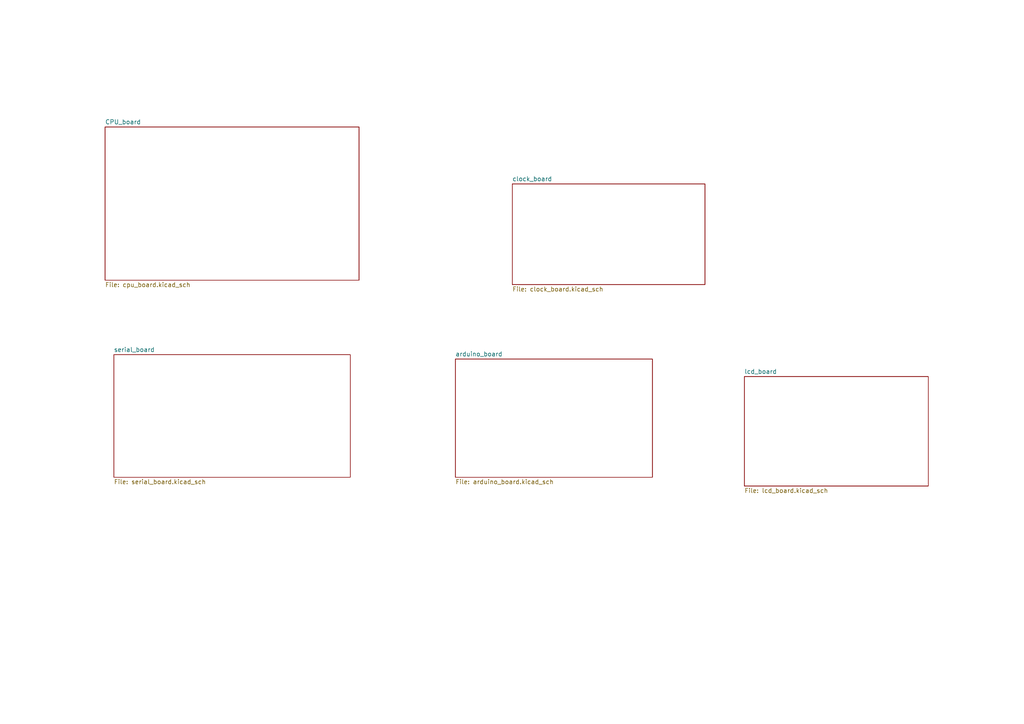
<source format=kicad_sch>
(kicad_sch
	(version 20231120)
	(generator "eeschema")
	(generator_version "8.0")
	(uuid "27fa70ec-70f1-4ec5-9aef-43afe5f03596")
	(paper "A4")
	(lib_symbols)
	(sheet
		(at 148.59 53.34)
		(size 55.88 29.21)
		(fields_autoplaced yes)
		(stroke
			(width 0.1524)
			(type solid)
		)
		(fill
			(color 0 0 0 0.0000)
		)
		(uuid "1c85a34e-e029-471f-835a-c5cb1e337bcc")
		(property "Sheetname" "clock_board"
			(at 148.59 52.6284 0)
			(effects
				(font
					(size 1.27 1.27)
				)
				(justify left bottom)
			)
		)
		(property "Sheetfile" "clock_board.kicad_sch"
			(at 148.59 83.1346 0)
			(effects
				(font
					(size 1.27 1.27)
				)
				(justify left top)
			)
		)
		(instances
			(project "6502"
				(path "/27fa70ec-70f1-4ec5-9aef-43afe5f03596"
					(page "3")
				)
			)
		)
	)
	(sheet
		(at 215.9 109.22)
		(size 53.34 31.75)
		(fields_autoplaced yes)
		(stroke
			(width 0.1524)
			(type solid)
		)
		(fill
			(color 0 0 0 0.0000)
		)
		(uuid "1d965ac9-0bec-4308-b34c-251844cc958f")
		(property "Sheetname" "lcd_board"
			(at 215.9 108.5084 0)
			(effects
				(font
					(size 1.27 1.27)
				)
				(justify left bottom)
			)
		)
		(property "Sheetfile" "lcd_board.kicad_sch"
			(at 215.9 141.5546 0)
			(effects
				(font
					(size 1.27 1.27)
				)
				(justify left top)
			)
		)
		(instances
			(project "6502"
				(path "/27fa70ec-70f1-4ec5-9aef-43afe5f03596"
					(page "6")
				)
			)
		)
	)
	(sheet
		(at 30.48 36.83)
		(size 73.66 44.45)
		(fields_autoplaced yes)
		(stroke
			(width 0.1524)
			(type solid)
		)
		(fill
			(color 0 0 0 0.0000)
		)
		(uuid "84677476-d952-4526-bbdb-640c00b36086")
		(property "Sheetname" "CPU_board"
			(at 30.48 36.1184 0)
			(effects
				(font
					(size 1.27 1.27)
				)
				(justify left bottom)
			)
		)
		(property "Sheetfile" "cpu_board.kicad_sch"
			(at 30.48 81.8646 0)
			(effects
				(font
					(size 1.27 1.27)
				)
				(justify left top)
			)
		)
		(instances
			(project "6502"
				(path "/27fa70ec-70f1-4ec5-9aef-43afe5f03596"
					(page "2")
				)
			)
		)
	)
	(sheet
		(at 132.08 104.14)
		(size 57.15 34.29)
		(fields_autoplaced yes)
		(stroke
			(width 0.1524)
			(type solid)
		)
		(fill
			(color 0 0 0 0.0000)
		)
		(uuid "e6c14eea-6ae8-44d4-9ce7-edf7fac74b1a")
		(property "Sheetname" "arduino_board"
			(at 132.08 103.4284 0)
			(effects
				(font
					(size 1.27 1.27)
				)
				(justify left bottom)
			)
		)
		(property "Sheetfile" "arduino_board.kicad_sch"
			(at 132.08 139.0146 0)
			(effects
				(font
					(size 1.27 1.27)
				)
				(justify left top)
			)
		)
		(instances
			(project "6502"
				(path "/27fa70ec-70f1-4ec5-9aef-43afe5f03596"
					(page "4")
				)
			)
		)
	)
	(sheet
		(at 33.02 102.87)
		(size 68.58 35.56)
		(fields_autoplaced yes)
		(stroke
			(width 0.1524)
			(type solid)
		)
		(fill
			(color 0 0 0 0.0000)
		)
		(uuid "ebd50b7c-771d-43af-8f30-908c96e17caf")
		(property "Sheetname" "serial_board"
			(at 33.02 102.1584 0)
			(effects
				(font
					(size 1.27 1.27)
				)
				(justify left bottom)
			)
		)
		(property "Sheetfile" "serial_board.kicad_sch"
			(at 33.02 139.0146 0)
			(effects
				(font
					(size 1.27 1.27)
				)
				(justify left top)
			)
		)
		(instances
			(project "6502"
				(path "/27fa70ec-70f1-4ec5-9aef-43afe5f03596"
					(page "5")
				)
			)
		)
	)
	(sheet_instances
		(path "/"
			(page "1")
		)
	)
)

</source>
